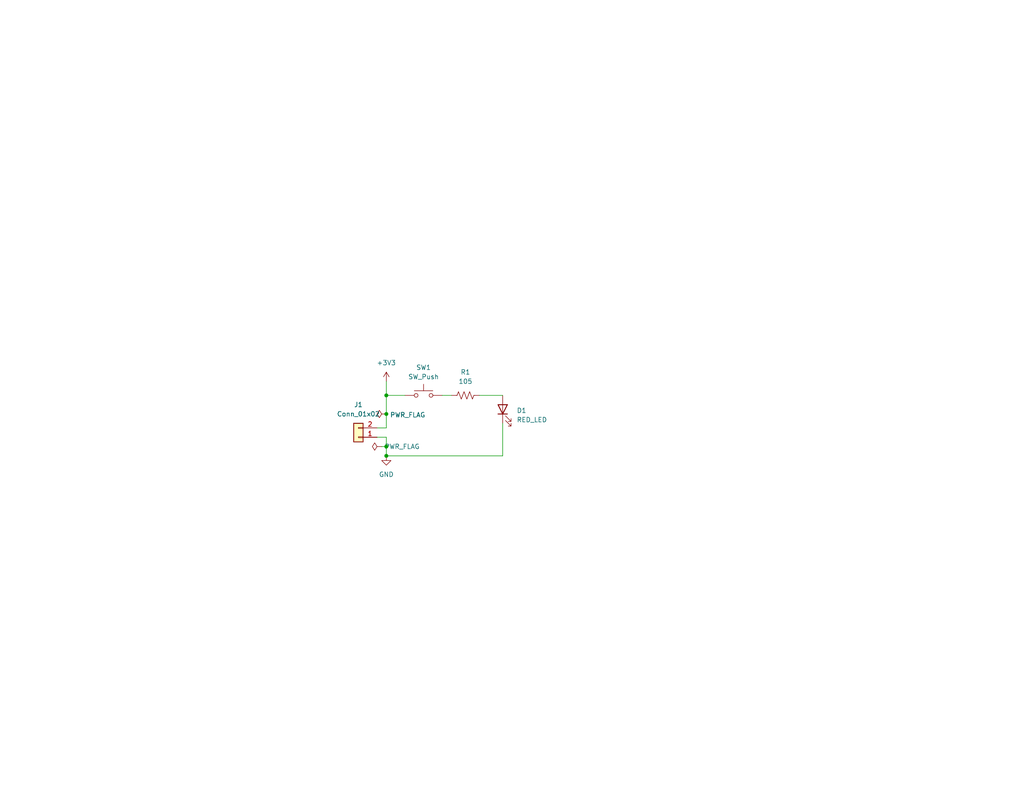
<source format=kicad_sch>
(kicad_sch (version 20231120) (generator "eeschema") (generator_version "8.0")
  (paper "USLetter")
  (title_block (title "LEDProject1") (date "2024-09-16") (rev "0.0") (company "Illini Solar Car") (comment 1 "Designed By: Sherman Lee"))
  (lib_symbols
    (symbol "Connector_Generic:Conn_01x02" (pin_names (offset 1.016) hide)
      (property "Reference" "J" (at 0 2.54 0))
      (property "Value" "Conn_01x02" (at 0 -5.08 0))
      (symbol "Conn_01x02_1_1"
        (rectangle (start -1.27 -2.413) (end 0 -2.667) (stroke (width 0.1524)))
        (rectangle (start -1.27 0.127) (end 0 -0.127) (stroke (width 0.1524)))
        (rectangle (start -1.27 1.27) (end 1.27 -3.81) (stroke (width 0.254)) (fill (type background)))
        (pin passive line (at -5.08 0 0) (length 3.81) (name "Pin_1") (number "1"))
        (pin passive line (at -5.08 -2.54 0) (length 3.81) (name "Pin_2") (number "2"))
      )
    )
    (symbol "Device:LED" (pin_numbers hide) (pin_names (offset 1.016) hide)
      (property "Reference" "D" (at 0 2.54 0))
      (property "Value" "LED" (at 0 -2.54 0))
      (symbol "LED_0_1"
        (polyline (pts (xy -1.27 -1.27) (xy -1.27 1.27)) (stroke (width 0.254)))
        (polyline (pts (xy -1.27 0) (xy 1.27 0)))
        (polyline (pts (xy 1.27 -1.27) (xy 1.27 1.27) (xy -1.27 0) (xy 1.27 -1.27)) (stroke (width 0.254)))
        (polyline (pts (xy -3.048 -0.762) (xy -4.572 -2.286) (xy -3.81 -2.286) (xy -4.572 -2.286) (xy -4.572 -1.524)))
        (polyline (pts (xy -1.778 -0.762) (xy -3.302 -2.286) (xy -2.54 -2.286) (xy -3.302 -2.286) (xy -3.302 -1.524)))
      )
      (symbol "LED_1_1"
        (pin passive line (at -3.81 0 0) (length 2.54) (name "K") (number "1"))
        (pin passive line (at 3.81 0 180) (length 2.54) (name "A") (number "2"))
      )
    )
    (symbol "Device:R_US" (pin_numbers hide) (pin_names (offset 0))
      (property "Reference" "R" (at 2.54 0 90))
      (property "Value" "R_US" (at -2.54 0 90))
      (symbol "R_US_0_1"
        (polyline (pts (xy 0 -2.286) (xy 0 -2.54)))
        (polyline (pts (xy 0 2.286) (xy 0 2.54)))
        (polyline (pts (xy 0 -0.762) (xy 1.016 -1.143) (xy 0 -1.524) (xy -1.016 -1.905) (xy 0 -2.286)))
        (polyline (pts (xy 0 0.762) (xy 1.016 0.381) (xy 0 0) (xy -1.016 -0.381) (xy 0 -0.762)))
        (polyline (pts (xy 0 2.286) (xy 1.016 1.905) (xy 0 1.524) (xy -1.016 1.143) (xy 0 0.762)))
      )
      (symbol "R_US_1_1"
        (pin passive line (at 0 3.81 270) (length 1.27) (name "~") (number "1"))
        (pin passive line (at 0 -3.81 90) (length 1.27) (name "~") (number "2"))
      )
    )
    (symbol "Switch:SW_Push" (pin_numbers hide) (pin_names (offset 1.016) hide)
      (property "Reference" "SW" (at 1.27 2.54 0))
      (property "Value" "SW_Push" (at 0 -1.524 0))
      (symbol "SW_Push_0_1"
        (circle (center -2.032 0) (radius 0.508))
        (polyline (pts (xy 0 1.27) (xy 0 3.048)))
        (polyline (pts (xy 2.54 1.27) (xy -2.54 1.27)))
        (circle (center 2.032 0) (radius 0.508))
        (pin passive line (at -5.08 0 0) (length 2.54) (name "1") (number "1"))
        (pin passive line (at 5.08 0 180) (length 2.54) (name "2") (number "2"))
      )
    )
    (symbol "power:+3V3" (power) (pin_names (offset 0))
      (property "Value" "+3V3" (at 0 3.556 0))
      (symbol "+3V3_0_1"
        (polyline (pts (xy -0.762 1.27) (xy 0 2.54)))
        (polyline (pts (xy 0 0) (xy 0 2.54)))
        (polyline (pts (xy 0 2.54) (xy 0.762 1.27)))
      )
      (symbol "+3V3_1_1"
        (pin power_in line (at 0 0 90) (length 0) hide (name "+3V3") (number "1"))
      )
    )
    (symbol "power:GND" (power) (pin_names (offset 0))
      (property "Value" "GND" (at 0 -3.81 0))
      (symbol "GND_0_1"
        (polyline (pts (xy 0 0) (xy 0 -1.27) (xy 1.27 -1.27) (xy 0 -2.54) (xy -1.27 -1.27) (xy 0 -1.27)))
      )
      (symbol "GND_1_1"
        (pin power_in line (at 0 0 270) (length 0) hide (name "GND") (number "1"))
      )
    )
    (symbol "power:PWR_FLAG" (power) (pin_numbers hide) (pin_names (offset 0) hide)
      (property "Value" "PWR_FLAG" (at 0 3.81 0))
      (symbol "PWR_FLAG_0_0"
        (pin power_out line (at 0 0 90) (length 0) (name "pwr") (number "1"))
      )
      (symbol "PWR_FLAG_0_1"
        (polyline (pts (xy 0 0) (xy 0 1.27) (xy -1.016 1.905) (xy 0 2.54) (xy 1.016 1.905) (xy 0 1.27)))
      )
    )
  )
  (junction (at 105.41 124.46))
  (junction (at 105.41 113.03))
  (junction (at 105.41 121.92))
  (junction (at 105.41 107.95))
  (wire (pts (xy 102.87 119.38) (xy 105.41 119.38)))
  (wire (pts (xy 105.41 116.84) (xy 105.41 113.03)))
  (wire (pts (xy 105.41 124.46) (xy 137.16 124.46)))
  (wire (pts (xy 104.14 121.92) (xy 105.41 121.92)))
  (wire (pts (xy 105.41 119.38) (xy 105.41 121.92)))
  (wire (pts (xy 120.65 107.95) (xy 123.19 107.95)))
  (wire (pts (xy 110.49 107.95) (xy 105.41 107.95)))
  (wire (pts (xy 105.41 113.03) (xy 105.41 107.95)))
  (wire (pts (xy 137.16 115.57) (xy 137.16 124.46)))
  (wire (pts (xy 105.41 107.95) (xy 105.41 104.14)))
  (wire (pts (xy 102.87 116.84) (xy 105.41 116.84)))
  (wire (pts (xy 130.81 107.95) (xy 137.16 107.95)))
  (wire (pts (xy 105.41 124.46) (xy 105.41 121.92)))
  (symbol (lib_id "Connector_Generic:Conn_01x02") (at 97.79 119.38 180) (unit 1)
    (property "Reference" "J1" (at 97.79 110.49 0))
    (property "Value" "Conn_01x02" (at 97.79 113.03 0))
    (property "Footprint" "Connector_Molex:Molex_KK-254_AE-6410-02A_1x02_P2.54mm_Vertical" (effects (hide yes)))
    (property "Datasheet" "https://www.molex.com/content/dam/molex/molex-dot-com/products/automated/en-us/salesdrawingpdf/641/6410/022272021_sd.pdf?inline" (effects (hide yes)))
    (property "Description" "Generic connector, single row, 01x02, script generated (kicad-library-utils/schlib/autogen/connector/)" (effects (hide yes)))
    (property "MPN" "022272021" (effects (hide yes)))
  )
  (symbol (lib_id "power:+3V3") (at 105.41 104.14 0) (unit 1)
    (property "Reference" "#PWR01" (effects (hide yes)))
    (property "Value" "+3V3" (at 105.41 99.06 0))
    (property "Description" "Power symbol creates a global label with name \"+3V3\"" (effects (hide yes)))
  )
  (symbol (lib_id "Device:LED") (at 137.16 111.76 90) (unit 1)
    (property "Reference" "D1" (at 140.97 112.0774 90) (effects (justify right)))
    (property "Value" "RED_LED" (at 140.97 114.6174 90) (effects (justify right)))
    (property "Footprint" "layout:LED_0603_Symbol_on_F.SilkS" (effects (hide yes)))
    (property "Description" "Light emitting diode" (effects (hide yes)))
  )
  (symbol (lib_id "Device:R_US") (at 127 107.95 90) (unit 1)
    (property "Reference" "R1" (at 127 101.6 90))
    (property "Value" "105" (at 127 104.14 90))
    (property "Footprint" "Resistor_SMD:R_0603_1608Metric_Pad0.98x0.95mm_HandSolder" (effects (hide yes)))
    (property "Description" "Resistor, US symbol" (effects (hide yes)))
  )
  (symbol (lib_id "Switch:SW_Push") (at 115.57 107.95 0) (unit 1)
    (property "Reference" "SW1" (at 115.57 100.33 0))
    (property "Value" "SW_Push" (at 115.57 102.87 0))
    (property "Footprint" "Button_Switch_SMD:SW_DIP_SPSTx01_Slide_6.7x4.1mm_W8.61mm_P2.54mm_LowProfile" (effects (hide yes)))
    (property "Datasheet" "https://www.te.com/usa-en/product-1825910-6.datasheet.pdf" (effects (hide yes)))
    (property "Description" "Push button switch, generic, two pins" (effects (hide yes)))
    (property "MPN" "1825910-6" (effects (hide yes)))
  )
  (symbol (lib_id "power:GND") (at 105.41 124.46 0) (unit 1)
    (property "Reference" "#PWR02" (effects (hide yes)))
    (property "Value" "GND" (at 105.41 129.54 0))
    (property "Description" "Power symbol creates a global label with name \"GND\" , ground" (effects (hide yes)))
  )
  (symbol (lib_id "power:PWR_FLAG") (at 105.41 113.03 90) (unit 1)
    (property "Reference" "#FLG02" (effects (hide yes)))
    (property "Value" "PWR_FLAG" (at 116.078 113.284 90) (effects (justify left)))
    (property "Description" "Special symbol for telling ERC where power comes from" (effects (hide yes)))
  )
  (symbol (lib_id "power:PWR_FLAG") (at 104.14 121.92 90) (unit 1)
    (property "Reference" "#FLG01" (effects (hide yes)))
    (property "Value" "PWR_FLAG" (at 114.554 121.92 90) (effects (justify left)))
    (property "Description" "Special symbol for telling ERC where power comes from" (effects (hide yes)))
  )
)
</source>
